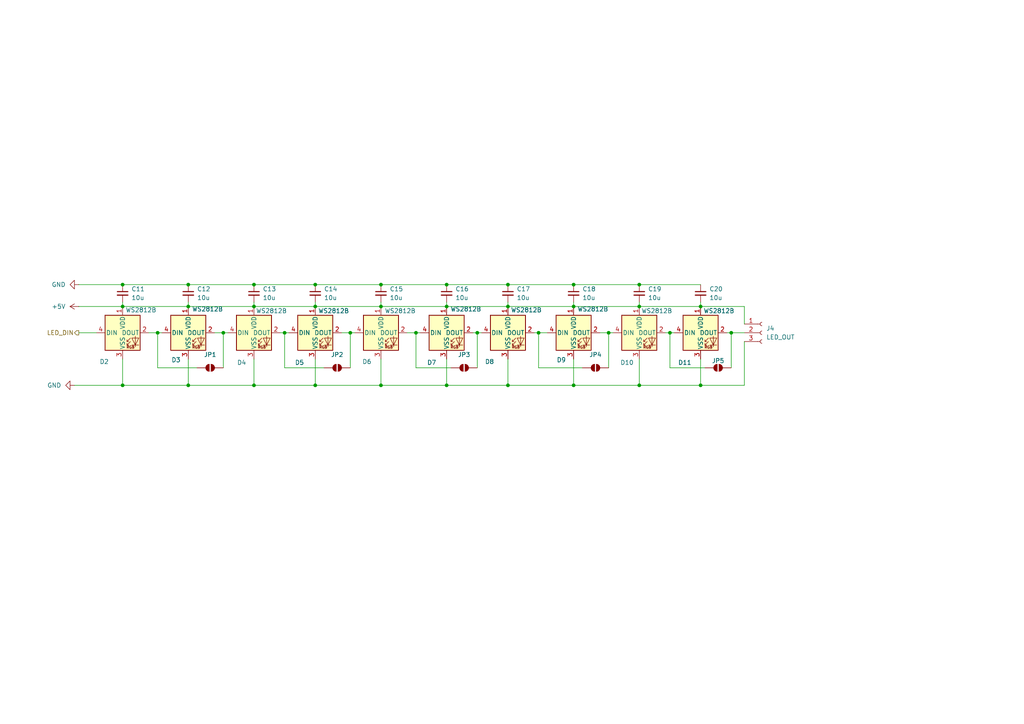
<source format=kicad_sch>
(kicad_sch (version 20231120) (generator "eeschema") (generator_version "8.0")
  (paper "A4")
  (title_block (title "Weltkatze") (date "2025-02-25") (rev "1"))
  (lib_symbols
    (symbol "Connector:Conn_01x03_Socket" (pin_names (offset 1.016) hide)
      (property "Reference" "J" (at 0 5.08 0))
      (property "Value" "Conn_01x03_Socket" (at 0 -5.08 0))
      (symbol "Conn_01x03_Socket_1_1"
        (arc (start 0 -2.032) (mid -0.5058 -2.54) (end 0 -3.048) (stroke (width 0.1524)))
        (polyline (pts (xy -1.27 -2.54) (xy -0.508 -2.54)) (stroke (width 0.1524)))
        (polyline (pts (xy -1.27 0) (xy -0.508 0)) (stroke (width 0.1524)))
        (polyline (pts (xy -1.27 2.54) (xy -0.508 2.54)) (stroke (width 0.1524)))
        (arc (start 0 0.508) (mid -0.5058 0) (end 0 -0.508) (stroke (width 0.1524)))
        (arc (start 0 3.048) (mid -0.5058 2.54) (end 0 2.032) (stroke (width 0.1524)))
        (pin passive line (at -5.08 2.54 0) (length 3.81) (name "Pin_1") (number "1"))
        (pin passive line (at -5.08 0 0) (length 3.81) (name "Pin_2") (number "2"))
        (pin passive line (at -5.08 -2.54 0) (length 3.81) (name "Pin_3") (number "3"))
      )
    )
    (symbol "Device:C_Small" (pin_numbers hide) (pin_names (offset 0.254) hide)
      (property "Reference" "C" (at 0.254 1.778 0))
      (property "Value" "C_Small" (at 0.254 -2.032 0))
      (symbol "C_Small_0_1"
        (polyline (pts (xy -1.524 -0.508) (xy 1.524 -0.508)) (stroke (width 0.3302)))
        (polyline (pts (xy -1.524 0.508) (xy 1.524 0.508)) (stroke (width 0.3048)))
      )
      (symbol "C_Small_1_1"
        (pin passive line (at 0 2.54 270) (length 2.032) (name "~") (number "1"))
        (pin passive line (at 0 -2.54 90) (length 2.032) (name "~") (number "2"))
      )
    )
    (symbol "Jumper:SolderJumper_2_Open" (pin_numbers hide) (pin_names (offset 0) hide) (exclude_from_sim yes) (in_bom no)
      (property "Reference" "JP" (at 0 2.032 0))
      (property "Value" "SolderJumper_2_Open" (at 0 -2.54 0))
      (symbol "SolderJumper_2_Open_0_1"
        (arc (start -0.254 1.016) (mid -1.2656 0) (end -0.254 -1.016))
        (arc (start -0.254 1.016) (mid -1.2656 0) (end -0.254 -1.016) (fill (type outline)))
        (polyline (pts (xy -0.254 1.016) (xy -0.254 -1.016)))
        (polyline (pts (xy 0.254 1.016) (xy 0.254 -1.016)))
        (arc (start 0.254 -1.016) (mid 1.2656 0) (end 0.254 1.016))
        (arc (start 0.254 -1.016) (mid 1.2656 0) (end 0.254 1.016) (fill (type outline)))
      )
      (symbol "SolderJumper_2_Open_1_1"
        (pin passive line (at -3.81 0 0) (length 2.54) (name "A") (number "1"))
        (pin passive line (at 3.81 0 180) (length 2.54) (name "B") (number "2"))
      )
    )
    (symbol "LED:WS2812B" (pin_names (offset 0.254))
      (property "Reference" "D" (at 5.08 5.715 0))
      (property "Value" "WS2812B" (at 1.27 -5.715 0))
      (symbol "WS2812B_0_0"
        (text "RGB" (at 2.286 -4.191 0) (effects (font (size 0.762 0.762))))
      )
      (symbol "WS2812B_0_1"
        (polyline (pts (xy 1.27 -3.556) (xy 1.778 -3.556)))
        (polyline (pts (xy 1.27 -2.54) (xy 1.778 -2.54)))
        (polyline (pts (xy 4.699 -3.556) (xy 2.667 -3.556)))
        (polyline (pts (xy 2.286 -2.54) (xy 1.27 -3.556) (xy 1.27 -3.048)))
        (polyline (pts (xy 2.286 -1.524) (xy 1.27 -2.54) (xy 1.27 -2.032)))
        (polyline (pts (xy 3.683 -1.016) (xy 3.683 -3.556) (xy 3.683 -4.064)))
        (polyline (pts (xy 4.699 -1.524) (xy 2.667 -1.524) (xy 3.683 -3.556) (xy 4.699 -1.524)))
        (rectangle (start 5.08 5.08) (end -5.08 -5.08) (stroke (width 0.254)) (fill (type background)))
      )
      (symbol "WS2812B_1_1"
        (pin power_in line (at 0 7.62 270) (length 2.54) (name "VDD") (number "1"))
        (pin output line (at 7.62 0 180) (length 2.54) (name "DOUT") (number "2"))
        (pin power_in line (at 0 -7.62 90) (length 2.54) (name "VSS") (number "3"))
        (pin input line (at -7.62 0 0) (length 2.54) (name "DIN") (number "4"))
      )
    )
    (symbol "power:+5V" (power) (pin_numbers hide) (pin_names (offset 0) hide)
      (property "Value" "+5V" (at 0 3.556 0))
      (symbol "+5V_0_1"
        (polyline (pts (xy -0.762 1.27) (xy 0 2.54)))
        (polyline (pts (xy 0 0) (xy 0 2.54)))
        (polyline (pts (xy 0 2.54) (xy 0.762 1.27)))
      )
      (symbol "+5V_1_1"
        (pin power_in line (at 0 0 90) (length 0) (name "~") (number "1"))
      )
    )
    (symbol "power:GND" (power) (pin_numbers hide) (pin_names (offset 0) hide)
      (property "Value" "GND" (at 0 -3.81 0))
      (symbol "GND_0_1"
        (polyline (pts (xy 0 0) (xy 0 -1.27) (xy 1.27 -1.27) (xy 0 -2.54) (xy -1.27 -1.27) (xy 0 -1.27)))
      )
      (symbol "GND_1_1"
        (pin power_in line (at 0 0 270) (length 0) (name "~") (number "1"))
      )
    )
  )
  (junction (at 129.54 82.55))
  (junction (at 110.49 88.9))
  (junction (at 91.44 88.9))
  (junction (at 147.32 88.9))
  (junction (at 194.31 96.52))
  (junction (at 54.61 111.76))
  (junction (at 176.53 96.52))
  (junction (at 129.54 111.76))
  (junction (at 73.66 88.9))
  (junction (at 73.66 82.55))
  (junction (at 35.56 111.76))
  (junction (at 203.2 88.9))
  (junction (at 82.55 96.52))
  (junction (at 185.42 111.76))
  (junction (at 166.37 82.55))
  (junction (at 54.61 82.55))
  (junction (at 54.61 88.9))
  (junction (at 203.2 111.76))
  (junction (at 147.32 82.55))
  (junction (at 110.49 111.76))
  (junction (at 166.37 88.9))
  (junction (at 138.43 96.52))
  (junction (at 45.72 96.52))
  (junction (at 185.42 88.9))
  (junction (at 91.44 82.55))
  (junction (at 35.56 82.55))
  (junction (at 120.65 96.52))
  (junction (at 147.32 111.76))
  (junction (at 129.54 88.9))
  (junction (at 185.42 82.55))
  (junction (at 64.77 96.52))
  (junction (at 212.09 96.52))
  (junction (at 110.49 82.55))
  (junction (at 166.37 111.76))
  (junction (at 35.56 88.9))
  (junction (at 91.44 111.76))
  (junction (at 156.21 96.52))
  (junction (at 73.66 111.76))
  (junction (at 101.6 96.52))
  (wire (pts (xy 210.82 96.52) (xy 212.09 96.52)))
  (wire (pts (xy 120.65 106.68) (xy 120.65 96.52)))
  (wire (pts (xy 45.72 96.52) (xy 46.99 96.52)))
  (wire (pts (xy 110.49 88.9) (xy 129.54 88.9)))
  (wire (pts (xy 22.86 82.55) (xy 35.56 82.55)))
  (wire (pts (xy 156.21 96.52) (xy 158.75 96.52)))
  (wire (pts (xy 147.32 104.14) (xy 147.32 111.76)))
  (wire (pts (xy 73.66 104.14) (xy 73.66 111.76)))
  (wire (pts (xy 35.56 111.76) (xy 54.61 111.76)))
  (wire (pts (xy 22.86 96.52) (xy 27.94 96.52)))
  (wire (pts (xy 62.23 96.52) (xy 64.77 96.52)))
  (wire (pts (xy 129.54 104.14) (xy 129.54 111.76)))
  (wire (pts (xy 35.56 82.55) (xy 54.61 82.55)))
  (wire (pts (xy 185.42 111.76) (xy 203.2 111.76)))
  (wire (pts (xy 110.49 104.14) (xy 110.49 111.76)))
  (wire (pts (xy 101.6 96.52) (xy 101.6 106.68)))
  (wire (pts (xy 54.61 87.63) (xy 54.61 88.9)))
  (wire (pts (xy 129.54 82.55) (xy 147.32 82.55)))
  (wire (pts (xy 91.44 88.9) (xy 110.49 88.9)))
  (wire (pts (xy 110.49 111.76) (xy 129.54 111.76)))
  (wire (pts (xy 204.47 106.68) (xy 194.31 106.68)))
  (wire (pts (xy 91.44 111.76) (xy 110.49 111.76)))
  (wire (pts (xy 129.54 88.9) (xy 147.32 88.9)))
  (wire (pts (xy 173.99 96.52) (xy 176.53 96.52)))
  (wire (pts (xy 193.04 96.52) (xy 194.31 96.52)))
  (wire (pts (xy 168.91 106.68) (xy 156.21 106.68)))
  (wire (pts (xy 99.06 96.52) (xy 101.6 96.52)))
  (wire (pts (xy 120.65 96.52) (xy 121.92 96.52)))
  (wire (pts (xy 147.32 111.76) (xy 166.37 111.76)))
  (wire (pts (xy 93.98 106.68) (xy 82.55 106.68)))
  (wire (pts (xy 64.77 96.52) (xy 66.04 96.52)))
  (wire (pts (xy 64.77 96.52) (xy 64.77 106.68)))
  (wire (pts (xy 166.37 82.55) (xy 185.42 82.55)))
  (wire (pts (xy 118.11 96.52) (xy 120.65 96.52)))
  (wire (pts (xy 203.2 87.63) (xy 203.2 88.9)))
  (wire (pts (xy 203.2 104.14) (xy 203.2 111.76)))
  (wire (pts (xy 54.61 88.9) (xy 73.66 88.9)))
  (wire (pts (xy 73.66 87.63) (xy 73.66 88.9)))
  (wire (pts (xy 137.16 96.52) (xy 138.43 96.52)))
  (wire (pts (xy 147.32 87.63) (xy 147.32 88.9)))
  (wire (pts (xy 54.61 82.55) (xy 73.66 82.55)))
  (wire (pts (xy 129.54 87.63) (xy 129.54 88.9)))
  (wire (pts (xy 35.56 104.14) (xy 35.56 111.76)))
  (wire (pts (xy 212.09 96.52) (xy 212.09 106.68)))
  (wire (pts (xy 194.31 96.52) (xy 195.58 96.52)))
  (wire (pts (xy 166.37 111.76) (xy 185.42 111.76)))
  (wire (pts (xy 138.43 96.52) (xy 139.7 96.52)))
  (wire (pts (xy 166.37 87.63) (xy 166.37 88.9)))
  (wire (pts (xy 82.55 96.52) (xy 83.82 96.52)))
  (wire (pts (xy 45.72 106.68) (xy 57.15 106.68)))
  (wire (pts (xy 43.18 96.52) (xy 45.72 96.52)))
  (wire (pts (xy 203.2 111.76) (xy 215.9 111.76)))
  (wire (pts (xy 185.42 104.14) (xy 185.42 111.76)))
  (wire (pts (xy 129.54 111.76) (xy 147.32 111.76)))
  (wire (pts (xy 166.37 104.14) (xy 166.37 111.76)))
  (wire (pts (xy 185.42 87.63) (xy 185.42 88.9)))
  (wire (pts (xy 110.49 82.55) (xy 129.54 82.55)))
  (wire (pts (xy 21.59 111.76) (xy 35.56 111.76)))
  (wire (pts (xy 154.94 96.52) (xy 156.21 96.52)))
  (wire (pts (xy 91.44 104.14) (xy 91.44 111.76)))
  (wire (pts (xy 176.53 96.52) (xy 177.8 96.52)))
  (wire (pts (xy 91.44 87.63) (xy 91.44 88.9)))
  (wire (pts (xy 81.28 96.52) (xy 82.55 96.52)))
  (wire (pts (xy 212.09 96.52) (xy 215.9 96.52)))
  (wire (pts (xy 45.72 96.52) (xy 45.72 106.68)))
  (wire (pts (xy 185.42 82.55) (xy 203.2 82.55)))
  (wire (pts (xy 215.9 93.98) (xy 215.9 88.9)))
  (wire (pts (xy 110.49 87.63) (xy 110.49 88.9)))
  (wire (pts (xy 166.37 88.9) (xy 185.42 88.9)))
  (wire (pts (xy 54.61 111.76) (xy 73.66 111.76)))
  (wire (pts (xy 138.43 96.52) (xy 138.43 106.68)))
  (wire (pts (xy 147.32 82.55) (xy 166.37 82.55)))
  (wire (pts (xy 147.32 88.9) (xy 166.37 88.9)))
  (wire (pts (xy 35.56 87.63) (xy 35.56 88.9)))
  (wire (pts (xy 215.9 99.06) (xy 215.9 111.76)))
  (wire (pts (xy 82.55 106.68) (xy 82.55 96.52)))
  (wire (pts (xy 176.53 96.52) (xy 176.53 106.68)))
  (wire (pts (xy 73.66 88.9) (xy 91.44 88.9)))
  (wire (pts (xy 194.31 106.68) (xy 194.31 96.52)))
  (wire (pts (xy 35.56 88.9) (xy 54.61 88.9)))
  (wire (pts (xy 185.42 88.9) (xy 203.2 88.9)))
  (wire (pts (xy 101.6 96.52) (xy 102.87 96.52)))
  (wire (pts (xy 54.61 104.14) (xy 54.61 111.76)))
  (wire (pts (xy 203.2 88.9) (xy 215.9 88.9)))
  (wire (pts (xy 91.44 82.55) (xy 110.49 82.55)))
  (wire (pts (xy 156.21 106.68) (xy 156.21 96.52)))
  (wire (pts (xy 73.66 82.55) (xy 91.44 82.55)))
  (wire (pts (xy 73.66 111.76) (xy 91.44 111.76)))
  (wire (pts (xy 130.81 106.68) (xy 120.65 106.68)))
  (wire (pts (xy 22.86 88.9) (xy 35.56 88.9)))
  (hierarchical_label "LED_DIN" (shape output) (at 22.86 96.52 180))
  (symbol (lib_id "LED:WS2812B") (at 91.44 96.52 0) (unit 1)
    (property "Reference" "D5" (at 86.868 105.156 0))
    (property "Value" "WS2812B" (at 96.774 90.17 0))
    (property "Footprint" "LED_SMD:LED_WS2812B_PLCC4_5.0x5.0mm_P3.2mm" (effects (hide yes)))
    (property "Datasheet" "https://cdn-shop.adafruit.com/datasheets/WS2812B.pdf" (effects (hide yes)))
    (property "Description" "RGB LED with integrated controller" (effects (hide yes)))
  )
  (symbol (lib_id "Jumper:SolderJumper_2_Open") (at 97.79 106.68 0) (unit 1) (exclude_from_sim yes) (in_bom no)
    (property "Reference" "JP2" (at 97.79 102.87 0))
    (property "Value" "SolderJumper_2_Open" (effects (hide yes)))
    (property "Footprint" "Jumper:SolderJumper-2_P1.3mm_Open_TrianglePad1.0x1.5mm" (effects (hide yes)))
    (property "Description" "Solder Jumper, 2-pole, open" (effects (hide yes)))
  )
  (symbol (lib_id "LED:WS2812B") (at 73.66 96.52 0) (unit 1)
    (property "Reference" "D4" (at 70.104 105.156 0))
    (property "Value" "WS2812B" (at 78.74 90.17 0))
    (property "Footprint" "LED_SMD:LED_WS2812B_PLCC4_5.0x5.0mm_P3.2mm" (effects (hide yes)))
    (property "Datasheet" "https://cdn-shop.adafruit.com/datasheets/WS2812B.pdf" (effects (hide yes)))
    (property "Description" "RGB LED with integrated controller" (effects (hide yes)))
  )
  (symbol (lib_id "Jumper:SolderJumper_2_Open") (at 134.62 106.68 0) (unit 1) (exclude_from_sim yes) (in_bom no)
    (property "Reference" "JP3" (at 134.62 102.87 0))
    (property "Value" "SolderJumper_2_Open" (effects (hide yes)))
    (property "Footprint" "Jumper:SolderJumper-2_P1.3mm_Open_TrianglePad1.0x1.5mm" (effects (hide yes)))
    (property "Description" "Solder Jumper, 2-pole, open" (effects (hide yes)))
  )
  (symbol (lib_id "LED:WS2812B") (at 166.37 96.52 0) (unit 1)
    (property "Reference" "D9" (at 162.814 104.394 0))
    (property "Value" "WS2812B" (at 171.958 89.662 0))
    (property "Footprint" "LED_SMD:LED_WS2812B_PLCC4_5.0x5.0mm_P3.2mm" (effects (hide yes)))
    (property "Datasheet" "https://cdn-shop.adafruit.com/datasheets/WS2812B.pdf" (effects (hide yes)))
    (property "Description" "RGB LED with integrated controller" (effects (hide yes)))
  )
  (symbol (lib_id "LED:WS2812B") (at 129.54 96.52 0) (unit 1)
    (property "Reference" "D7" (at 125.222 105.156 0))
    (property "Value" "WS2812B" (at 135.128 89.662 0))
    (property "Footprint" "LED_SMD:LED_WS2812B_PLCC4_5.0x5.0mm_P3.2mm" (effects (hide yes)))
    (property "Datasheet" "https://cdn-shop.adafruit.com/datasheets/WS2812B.pdf" (effects (hide yes)))
    (property "Description" "RGB LED with integrated controller" (effects (hide yes)))
  )
  (symbol (lib_id "LED:WS2812B") (at 147.32 96.52 0) (unit 1)
    (property "Reference" "D8" (at 141.986 104.902 0))
    (property "Value" "WS2812B" (at 152.654 89.916 0))
    (property "Footprint" "LED_SMD:LED_WS2812B_PLCC4_5.0x5.0mm_P3.2mm" (effects (hide yes)))
    (property "Datasheet" "https://cdn-shop.adafruit.com/datasheets/WS2812B.pdf" (effects (hide yes)))
    (property "Description" "RGB LED with integrated controller" (effects (hide yes)))
  )
  (symbol (lib_id "Device:C_Small") (at 129.54 85.09 0) (unit 1)
    (property "Reference" "C16" (at 132.08 83.8262 0) (effects (justify left)))
    (property "Value" "10u" (at 132.08 86.3662 0) (effects (justify left)))
    (property "Footprint" "Capacitor_SMD:C_0603_1608Metric" (effects (hide yes)))
    (property "Description" "Unpolarized capacitor, small symbol" (effects (hide yes)))
  )
  (symbol (lib_id "Connector:Conn_01x03_Socket") (at 220.98 96.52 0) (unit 1)
    (property "Reference" "J4" (at 222.25 95.2499 0) (effects (justify left)))
    (property "Value" "LED_OUT" (at 222.25 97.7899 0) (effects (justify left)))
    (property "Footprint" "Connector_JST:JST_EH_B3B-EH-A_1x03_P2.50mm_Vertical" (effects (hide yes)))
    (property "Description" "Generic connector, single row, 01x03, script generated" (effects (hide yes)))
  )
  (symbol (lib_id "Device:C_Small") (at 91.44 85.09 0) (unit 1)
    (property "Reference" "C14" (at 93.98 83.8262 0) (effects (justify left)))
    (property "Value" "10u" (at 93.98 86.3662 0) (effects (justify left)))
    (property "Footprint" "Capacitor_SMD:C_0603_1608Metric" (effects (hide yes)))
    (property "Description" "Unpolarized capacitor, small symbol" (effects (hide yes)))
  )
  (symbol (lib_id "Device:C_Small") (at 35.56 85.09 0) (unit 1)
    (property "Reference" "C11" (at 38.1 83.8262 0) (effects (justify left)))
    (property "Value" "10u" (at 38.1 86.3662 0) (effects (justify left)))
    (property "Footprint" "Capacitor_SMD:C_0603_1608Metric" (effects (hide yes)))
    (property "Description" "Unpolarized capacitor, small symbol" (effects (hide yes)))
  )
  (symbol (lib_id "Device:C_Small") (at 185.42 85.09 0) (unit 1)
    (property "Reference" "C19" (at 187.96 83.8262 0) (effects (justify left)))
    (property "Value" "10u" (at 187.96 86.3662 0) (effects (justify left)))
    (property "Footprint" "Capacitor_SMD:C_0603_1608Metric" (effects (hide yes)))
    (property "Description" "Unpolarized capacitor, small symbol" (effects (hide yes)))
  )
  (symbol (lib_id "Jumper:SolderJumper_2_Open") (at 172.72 106.68 0) (unit 1) (exclude_from_sim yes) (in_bom no)
    (property "Reference" "JP4" (at 172.72 102.87 0))
    (property "Value" "SolderJumper_2_Open" (effects (hide yes)))
    (property "Footprint" "Jumper:SolderJumper-2_P1.3mm_Open_TrianglePad1.0x1.5mm" (effects (hide yes)))
    (property "Description" "Solder Jumper, 2-pole, open" (effects (hide yes)))
  )
  (symbol (lib_id "Device:C_Small") (at 203.2 85.09 0) (unit 1)
    (property "Reference" "C20" (at 205.74 83.8262 0) (effects (justify left)))
    (property "Value" "10u" (at 205.74 86.3662 0) (effects (justify left)))
    (property "Footprint" "Capacitor_SMD:C_0603_1608Metric" (effects (hide yes)))
    (property "Description" "Unpolarized capacitor, small symbol" (effects (hide yes)))
  )
  (symbol (lib_id "power:GND") (at 22.86 82.55 270) (unit 1)
    (property "Reference" "#PWR29" (effects (hide yes)))
    (property "Value" "GND" (at 19.05 82.5499 90) (effects (justify right)))
    (property "Description" "Power symbol creates a global label with name \"GND\" , ground" (effects (hide yes)))
  )
  (symbol (lib_id "Device:C_Small") (at 54.61 85.09 0) (unit 1)
    (property "Reference" "C12" (at 57.15 83.8262 0) (effects (justify left)))
    (property "Value" "10u" (at 57.15 86.3662 0) (effects (justify left)))
    (property "Footprint" "Capacitor_SMD:C_0603_1608Metric" (effects (hide yes)))
    (property "Description" "Unpolarized capacitor, small symbol" (effects (hide yes)))
  )
  (symbol (lib_id "LED:WS2812B") (at 185.42 96.52 0) (unit 1)
    (property "Reference" "D10" (at 181.864 105.156 0))
    (property "Value" "WS2812B" (at 190.5 90.17 0))
    (property "Footprint" "LED_SMD:LED_WS2812B_PLCC4_5.0x5.0mm_P3.2mm" (effects (hide yes)))
    (property "Datasheet" "https://cdn-shop.adafruit.com/datasheets/WS2812B.pdf" (effects (hide yes)))
    (property "Description" "RGB LED with integrated controller" (effects (hide yes)))
  )
  (symbol (lib_id "Jumper:SolderJumper_2_Open") (at 60.96 106.68 0) (unit 1) (exclude_from_sim yes) (in_bom no)
    (property "Reference" "JP1" (at 60.96 102.87 0))
    (property "Value" "SolderJumper_2_Open" (effects (hide yes)))
    (property "Footprint" "Jumper:SolderJumper-2_P1.3mm_Open_TrianglePad1.0x1.5mm" (effects (hide yes)))
    (property "Description" "Solder Jumper, 2-pole, open" (effects (hide yes)))
  )
  (symbol (lib_id "LED:WS2812B") (at 35.56 96.52 0) (unit 1)
    (property "Reference" "D2" (at 30.226 104.902 0))
    (property "Value" "WS2812B" (at 40.894 89.916 0))
    (property "Footprint" "LED_SMD:LED_WS2812B_PLCC4_5.0x5.0mm_P3.2mm" (effects (hide yes)))
    (property "Datasheet" "https://cdn-shop.adafruit.com/datasheets/WS2812B.pdf" (effects (hide yes)))
    (property "Description" "RGB LED with integrated controller" (effects (hide yes)))
  )
  (symbol (lib_id "Device:C_Small") (at 110.49 85.09 0) (unit 1)
    (property "Reference" "C15" (at 113.03 83.8262 0) (effects (justify left)))
    (property "Value" "10u" (at 113.03 86.3662 0) (effects (justify left)))
    (property "Footprint" "Capacitor_SMD:C_0603_1608Metric" (effects (hide yes)))
    (property "Description" "Unpolarized capacitor, small symbol" (effects (hide yes)))
  )
  (symbol (lib_id "Device:C_Small") (at 147.32 85.09 0) (unit 1)
    (property "Reference" "C17" (at 149.86 83.8262 0) (effects (justify left)))
    (property "Value" "10u" (at 149.86 86.3662 0) (effects (justify left)))
    (property "Footprint" "Capacitor_SMD:C_0603_1608Metric" (effects (hide yes)))
    (property "Description" "Unpolarized capacitor, small symbol" (effects (hide yes)))
  )
  (symbol (lib_id "LED:WS2812B") (at 54.61 96.52 0) (unit 1)
    (property "Reference" "D3" (at 51.054 104.394 0))
    (property "Value" "WS2812B" (at 60.198 89.662 0))
    (property "Footprint" "LED_SMD:LED_WS2812B_PLCC4_5.0x5.0mm_P3.2mm" (effects (hide yes)))
    (property "Datasheet" "https://cdn-shop.adafruit.com/datasheets/WS2812B.pdf" (effects (hide yes)))
    (property "Description" "RGB LED with integrated controller" (effects (hide yes)))
  )
  (symbol (lib_id "LED:WS2812B") (at 203.2 96.52 0) (unit 1)
    (property "Reference" "D11" (at 198.628 105.156 0))
    (property "Value" "WS2812B" (at 208.534 90.17 0))
    (property "Footprint" "LED_SMD:LED_WS2812B_PLCC4_5.0x5.0mm_P3.2mm" (effects (hide yes)))
    (property "Datasheet" "https://cdn-shop.adafruit.com/datasheets/WS2812B.pdf" (effects (hide yes)))
    (property "Description" "RGB LED with integrated controller" (effects (hide yes)))
  )
  (symbol (lib_id "power:+5V") (at 22.86 88.9 90) (unit 1)
    (property "Reference" "#PWR30" (effects (hide yes)))
    (property "Value" "+5V" (at 19.05 88.8999 90) (effects (justify left)))
    (property "Description" "Power symbol creates a global label with name \"+5V\"" (effects (hide yes)))
  )
  (symbol (lib_id "Jumper:SolderJumper_2_Open") (at 208.28 106.68 0) (unit 1) (exclude_from_sim yes) (in_bom no)
    (property "Reference" "JP5" (at 208.28 104.648 0))
    (property "Value" "SolderJumper_2_Open" (effects (hide yes)))
    (property "Footprint" "Jumper:SolderJumper-2_P1.3mm_Open_TrianglePad1.0x1.5mm" (effects (hide yes)))
    (property "Description" "Solder Jumper, 2-pole, open" (effects (hide yes)))
  )
  (symbol (lib_id "Device:C_Small") (at 73.66 85.09 0) (unit 1)
    (property "Reference" "C13" (at 76.2 83.8262 0) (effects (justify left)))
    (property "Value" "10u" (at 76.2 86.3662 0) (effects (justify left)))
    (property "Footprint" "Capacitor_SMD:C_0603_1608Metric" (effects (hide yes)))
    (property "Description" "Unpolarized capacitor, small symbol" (effects (hide yes)))
  )
  (symbol (lib_id "power:GND") (at 21.59 111.76 270) (unit 1)
    (property "Reference" "#PWR28" (effects (hide yes)))
    (property "Value" "GND" (at 17.78 111.7599 90) (effects (justify right)))
    (property "Description" "Power symbol creates a global label with name \"GND\" , ground" (effects (hide yes)))
  )
  (symbol (lib_id "LED:WS2812B") (at 110.49 96.52 0) (unit 1)
    (property "Reference" "D6" (at 106.426 104.902 0))
    (property "Value" "WS2812B" (at 116.078 90.17 0))
    (property "Footprint" "LED_SMD:LED_WS2812B_PLCC4_5.0x5.0mm_P3.2mm" (effects (hide yes)))
    (property "Datasheet" "https://cdn-shop.adafruit.com/datasheets/WS2812B.pdf" (effects (hide yes)))
    (property "Description" "RGB LED with integrated controller" (effects (hide yes)))
  )
  (symbol (lib_id "Device:C_Small") (at 166.37 85.09 0) (unit 1)
    (property "Reference" "C18" (at 168.91 83.8262 0) (effects (justify left)))
    (property "Value" "10u" (at 168.91 86.3662 0) (effects (justify left)))
    (property "Footprint" "Capacitor_SMD:C_0603_1608Metric" (effects (hide yes)))
    (property "Description" "Unpolarized capacitor, small symbol" (effects (hide yes)))
  )
)
</source>
